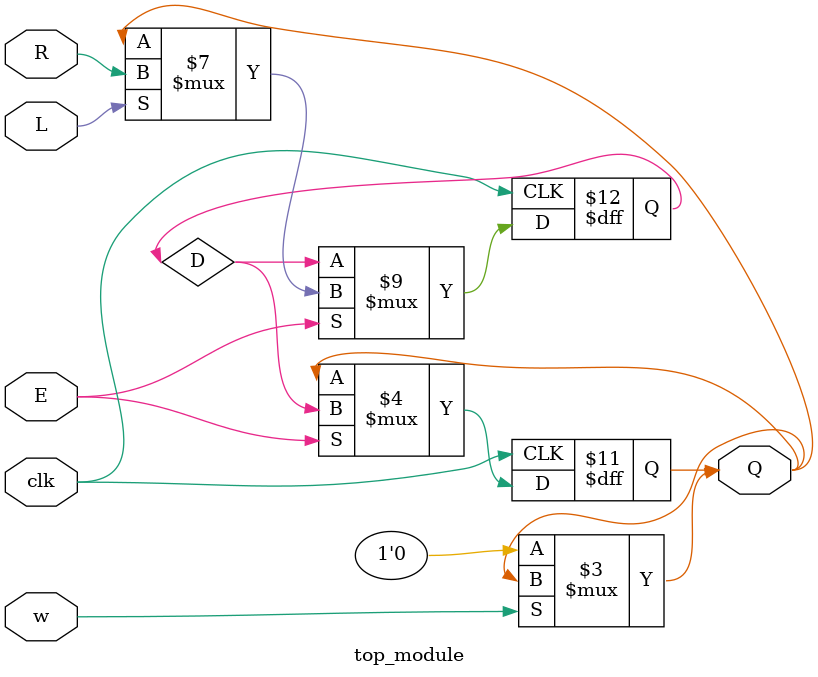
<source format=sv>
module top_module (
	input clk,
	input w,
	input R,
	input E,
	input L,
	output reg Q
);

reg D;

always @(posedge clk) begin
	if (E) begin
		if (L)
			D <= R;
		else
			D <= Q;
	end
end

always @(posedge clk) begin
	if (E)
		Q <= D;
end

assign Q = w ? Q : 1'b0;

endmodule

</source>
